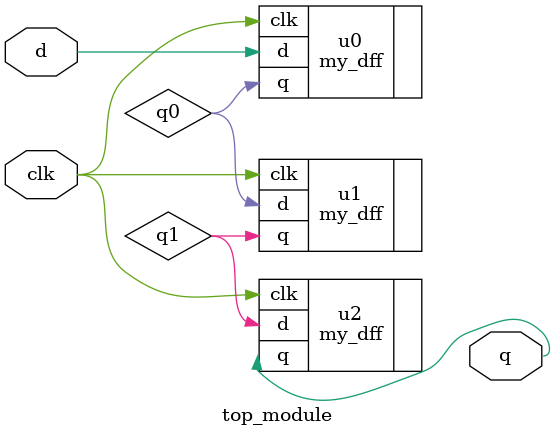
<source format=v>
module top_module ( input clk, input d, output q );

wire	q1,q0;
    
my_dff u0( 
    .clk(clk),
    .d(d),
    .q(q0)
);    
    
my_dff u1( 
    .clk(clk),
    .d(q0),
    .q(q1)
);   

my_dff u2( 
    .clk(clk),
    .d(q1),
    .q(q)
);   

endmodule
</source>
